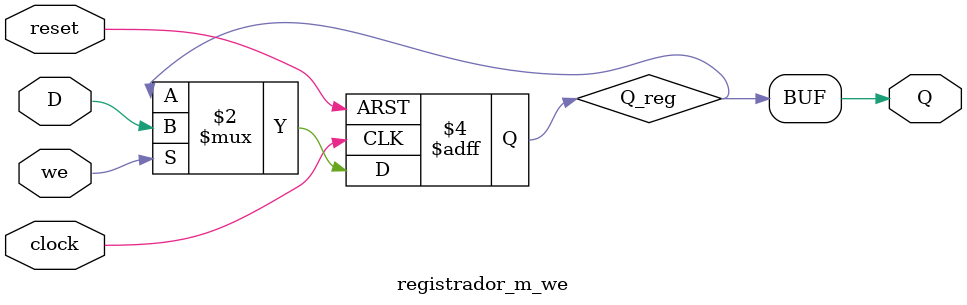
<source format=v>
module registrador_m_we #(parameter M=1) (
    input clock,
    input reset,
    input we,
    input [M-1:0] D,
    output [M-1:0] Q
);
reg [M-1:0] Q_reg;

always @(posedge clock or posedge reset) begin
    if (reset) begin
        Q_reg <= {M{1'b0}};
    end else if (we) begin
        Q_reg <= D;
    end
end

assign Q = Q_reg;
endmodule
</source>
